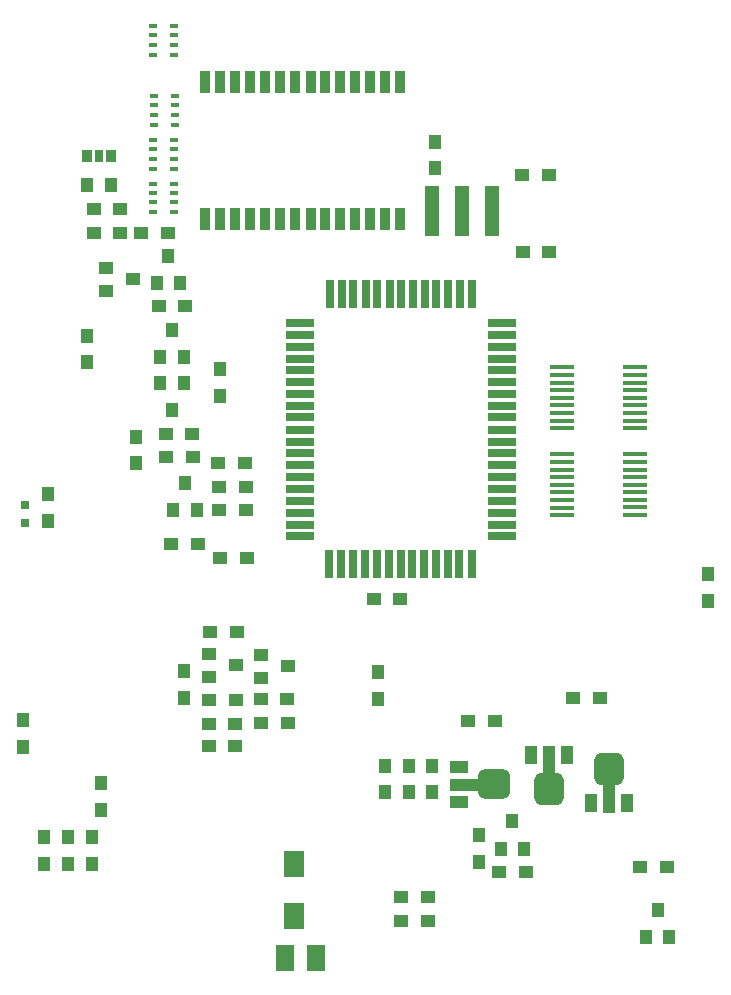
<source format=gbr>
%TF.GenerationSoftware,KiCad,Pcbnew,(6.0.2)*%
%TF.CreationDate,2022-09-25T18:27:00-05:00*%
%TF.ProjectId,IF-GBP-02,49462d47-4250-42d3-9032-2e6b69636164,rev?*%
%TF.SameCoordinates,Original*%
%TF.FileFunction,Paste,Top*%
%TF.FilePolarity,Positive*%
%FSLAX46Y46*%
G04 Gerber Fmt 4.6, Leading zero omitted, Abs format (unit mm)*
G04 Created by KiCad (PCBNEW (6.0.2)) date 2022-09-25 18:27:00*
%MOMM*%
%LPD*%
G01*
G04 APERTURE LIST*
G04 Aperture macros list*
%AMRoundRect*
0 Rectangle with rounded corners*
0 $1 Rounding radius*
0 $2 $3 $4 $5 $6 $7 $8 $9 X,Y pos of 4 corners*
0 Add a 4 corners polygon primitive as box body*
4,1,4,$2,$3,$4,$5,$6,$7,$8,$9,$2,$3,0*
0 Add four circle primitives for the rounded corners*
1,1,$1+$1,$2,$3*
1,1,$1+$1,$4,$5*
1,1,$1+$1,$6,$7*
1,1,$1+$1,$8,$9*
0 Add four rect primitives between the rounded corners*
20,1,$1+$1,$2,$3,$4,$5,0*
20,1,$1+$1,$4,$5,$6,$7,0*
20,1,$1+$1,$6,$7,$8,$9,0*
20,1,$1+$1,$8,$9,$2,$3,0*%
G04 Aperture macros list end*
%ADD10R,0.800000X0.400000*%
%ADD11R,1.230000X1.000000*%
%ADD12R,1.250000X4.200000*%
%ADD13R,1.000000X1.230000*%
%ADD14R,2.000000X0.400000*%
%ADD15R,1.500000X1.000000*%
%ADD16R,2.500000X1.000000*%
%ADD17RoundRect,0.625000X-0.765000X0.625000X-0.765000X-0.625000X0.765000X-0.625000X0.765000X0.625000X0*%
%ADD18R,0.870000X1.900000*%
%ADD19R,1.000000X1.500000*%
%ADD20R,1.000000X2.500000*%
%ADD21RoundRect,0.625000X0.625000X0.765000X-0.625000X0.765000X-0.625000X-0.765000X0.625000X-0.765000X0*%
%ADD22R,2.450000X0.750000*%
%ADD23R,0.750000X2.450000*%
%ADD24R,1.750000X2.250000*%
%ADD25R,1.500000X2.250000*%
%ADD26RoundRect,0.625000X-0.625000X-0.765000X0.625000X-0.765000X0.625000X0.765000X-0.625000X0.765000X0*%
%ADD27R,0.850000X1.000000*%
%ADD28R,0.650000X1.000000*%
%ADD29R,0.750000X0.750000*%
G04 APERTURE END LIST*
D10*
%TO.C,NR3*%
X136107000Y-70774000D03*
X136105000Y-69940000D03*
X136109000Y-69106000D03*
X136107000Y-68353000D03*
X134319000Y-68350000D03*
X134320000Y-69107000D03*
X134319000Y-69939000D03*
X134319000Y-70772000D03*
%TD*%
D11*
%TO.C,R8*%
X139108000Y-113753000D03*
X141370000Y-113753000D03*
%TD*%
D12*
%TO.C,X1*%
X157885000Y-78082000D03*
X160426000Y-78071000D03*
X162928000Y-78080000D03*
%TD*%
D11*
%TO.C,R14*%
X135335000Y-96963000D03*
X137597000Y-96963000D03*
%TD*%
%TO.C,C16*%
X165512000Y-75021000D03*
X167774000Y-75021000D03*
%TD*%
D13*
%TO.C,R17*%
X139946000Y-91483000D03*
X139946000Y-93745000D03*
%TD*%
D10*
%TO.C,NR1*%
X136066000Y-78198000D03*
X136064000Y-77364000D03*
X136068000Y-76530000D03*
X136066000Y-75777000D03*
X134278000Y-75774000D03*
X134279000Y-76531000D03*
X134278000Y-77363000D03*
X134278000Y-78196000D03*
%TD*%
D11*
%TO.C,R24*%
X175497000Y-133601000D03*
X177759000Y-133601000D03*
%TD*%
D13*
%TO.C,C5*%
X153300000Y-119382000D03*
X153300000Y-117120000D03*
%TD*%
D11*
%TO.C,R10*%
X160944000Y-121260000D03*
X163206000Y-121260000D03*
%TD*%
D14*
%TO.C,IC5*%
X168881000Y-91296000D03*
X168881000Y-91973000D03*
X168881000Y-92647000D03*
X168880000Y-93283000D03*
X168880000Y-93914000D03*
X168887000Y-94550000D03*
X168883000Y-95223000D03*
X168880000Y-95863000D03*
X168882000Y-96496000D03*
X175035000Y-96495000D03*
X175035000Y-95858000D03*
X175035000Y-95225000D03*
X175037000Y-94550000D03*
X175036000Y-93918000D03*
X175035000Y-93280000D03*
X175035000Y-92645000D03*
X175033000Y-91973000D03*
X175035000Y-91295000D03*
%TD*%
D13*
%TO.C,R13*%
X125352000Y-102090000D03*
X125352000Y-104352000D03*
%TD*%
%TO.C,R9*%
X157901000Y-127313000D03*
X157901000Y-125051000D03*
%TD*%
%TO.C,C19*%
X181232000Y-108859000D03*
X181232000Y-111121000D03*
%TD*%
D11*
%TO.C,R3*%
X139008000Y-119514000D03*
X141270000Y-119514000D03*
%TD*%
D13*
%TO.C,R6*%
X123278000Y-121197000D03*
X123278000Y-123459000D03*
%TD*%
D11*
%TO.C,D3*%
X165554000Y-81529500D03*
X167776000Y-81530500D03*
%TD*%
%TO.C,R5*%
X143383000Y-119430000D03*
X145645000Y-119430000D03*
%TD*%
D15*
%TO.C,IC1*%
X160183000Y-125180000D03*
D16*
X160677000Y-126653000D03*
D17*
X163093000Y-126650000D03*
D15*
X160188000Y-128168000D03*
%TD*%
D11*
%TO.C,C14*%
X169838000Y-119311000D03*
X172100000Y-119311000D03*
%TD*%
%TO.C,R32*%
X135788000Y-106298000D03*
X138050000Y-106298000D03*
%TD*%
%TO.C,Q3*%
X138968000Y-115583000D03*
X138968000Y-117567000D03*
X141271000Y-116574000D03*
%TD*%
%TO.C,C17*%
X152933000Y-110939000D03*
X155195000Y-110939000D03*
%TD*%
%TO.C,R30*%
X139859000Y-103443000D03*
X142121000Y-103443000D03*
%TD*%
%TO.C,R34*%
X163549000Y-134063000D03*
X165811000Y-134063000D03*
%TD*%
D13*
%TO.C,R26*%
X129079000Y-131100000D03*
X129079000Y-133362000D03*
%TD*%
D18*
%TO.C,IC3*%
X138625000Y-78745000D03*
X139933000Y-78745000D03*
X141206000Y-78745000D03*
X142475000Y-78743000D03*
X143744000Y-78745000D03*
X145015000Y-78745000D03*
X146286000Y-78745000D03*
X147595000Y-78745000D03*
X148823000Y-78744000D03*
X150096000Y-78747000D03*
X151367000Y-78742000D03*
X152636000Y-78744000D03*
X153908000Y-78745000D03*
X155175000Y-78743000D03*
X155177000Y-67157000D03*
X153904000Y-67154000D03*
X152634000Y-67156000D03*
X151366000Y-67155000D03*
X150095000Y-67152000D03*
X148825000Y-67156000D03*
X147596000Y-67155000D03*
X146285000Y-67151000D03*
X145016000Y-67155000D03*
X143745000Y-67156000D03*
X142475000Y-67157000D03*
X141206000Y-67156000D03*
X139936000Y-67151000D03*
X138626000Y-67155000D03*
%TD*%
D19*
%TO.C,Q6*%
X169291000Y-124154000D03*
D20*
X167818000Y-124648000D03*
D21*
X167821000Y-127064000D03*
D19*
X166303000Y-124159000D03*
%TD*%
D11*
%TO.C,C12*%
X139854000Y-101447000D03*
X142116000Y-101447000D03*
%TD*%
D13*
%TO.C,R7*%
X136896000Y-119340000D03*
X136896000Y-117078000D03*
%TD*%
D11*
%TO.C,Q4*%
X130288000Y-82887000D03*
X130288000Y-84871000D03*
X132591000Y-83878000D03*
%TD*%
%TO.C,R36*%
X155249000Y-138195000D03*
X157511000Y-138195000D03*
%TD*%
D13*
%TO.C,Q9*%
X175984000Y-139555000D03*
X177968000Y-139555000D03*
X176975000Y-137252000D03*
%TD*%
%TO.C,Q14*%
X136869000Y-92625500D03*
X134885000Y-92625500D03*
X135878000Y-94928500D03*
%TD*%
%TO.C,C4*%
X153908000Y-127313000D03*
X153908000Y-125051000D03*
%TD*%
%TO.C,Q8*%
X163690000Y-132082000D03*
X165674000Y-132082000D03*
X164681000Y-129779000D03*
%TD*%
D22*
%TO.C,IC2*%
X163803000Y-105644000D03*
X163807000Y-104652000D03*
X163806000Y-103654000D03*
X163806000Y-102665000D03*
X163805000Y-101639000D03*
X163805000Y-100601000D03*
X163801000Y-99607000D03*
X163807000Y-98617000D03*
X163803000Y-97625000D03*
X163802000Y-96596000D03*
X163805000Y-95561000D03*
X163805000Y-94565000D03*
X163808000Y-93579000D03*
X163808000Y-92587000D03*
X163806000Y-91595000D03*
X163809000Y-90603000D03*
X163810000Y-89571000D03*
X163810000Y-88575000D03*
X163807000Y-87579000D03*
D23*
X161265000Y-85127000D03*
X160234000Y-85124000D03*
X159242000Y-85129000D03*
X158250000Y-85129000D03*
X157258000Y-85128000D03*
X156266000Y-85124000D03*
X155271000Y-85128000D03*
X154282000Y-85125000D03*
X153247000Y-85120000D03*
X152255000Y-85124000D03*
X151227000Y-85125000D03*
X150235000Y-85129000D03*
X149204000Y-85130000D03*
D22*
X146670000Y-87585000D03*
X146663000Y-88578000D03*
X146663000Y-89568000D03*
X146668000Y-90602000D03*
X146668000Y-91595000D03*
X146665000Y-92587000D03*
X146669000Y-93579000D03*
X146670000Y-94568000D03*
X146670000Y-95564000D03*
X146668000Y-96595000D03*
X146665000Y-97623000D03*
X146669000Y-98615000D03*
X146672000Y-99611000D03*
X146674000Y-100599000D03*
X146671000Y-101638000D03*
X146672000Y-102663000D03*
X146673000Y-103653000D03*
X146673000Y-104645000D03*
X146672000Y-105643000D03*
D23*
X149163000Y-107985000D03*
X150194000Y-107985000D03*
X151185000Y-107984000D03*
X152216000Y-107981000D03*
X153212000Y-107984000D03*
X154241000Y-107984000D03*
X155235000Y-107984000D03*
X156224000Y-107988000D03*
X157221000Y-107983000D03*
X158213000Y-107983000D03*
X159205000Y-107983000D03*
X160193000Y-107980000D03*
X161229000Y-107983000D03*
%TD*%
D13*
%TO.C,R11*%
X129864000Y-126554000D03*
X129864000Y-128816000D03*
%TD*%
D11*
%TO.C,R21*%
X129243000Y-77917000D03*
X131505000Y-77917000D03*
%TD*%
%TO.C,R4*%
X143392000Y-121416000D03*
X145654000Y-121416000D03*
%TD*%
D13*
%TO.C,Q5*%
X134560000Y-84182500D03*
X136544000Y-84182500D03*
X135551000Y-81879500D03*
%TD*%
%TO.C,R12*%
X155904000Y-127313000D03*
X155904000Y-125051000D03*
%TD*%
D11*
%TO.C,R29*%
X139795000Y-99391000D03*
X142057000Y-99391000D03*
%TD*%
%TO.C,C18*%
X129233000Y-79942000D03*
X131495000Y-79942000D03*
%TD*%
D13*
%TO.C,C20*%
X125070000Y-131100000D03*
X125070000Y-133362000D03*
%TD*%
D11*
%TO.C,Q2*%
X143398000Y-115657000D03*
X143398000Y-117641000D03*
X145701000Y-116648000D03*
%TD*%
%TO.C,R1*%
X138964000Y-123397000D03*
X141226000Y-123397000D03*
%TD*%
%TO.C,R16*%
X134740000Y-86171000D03*
X137002000Y-86171000D03*
%TD*%
D24*
%TO.C,D1*%
X146182000Y-137769000D03*
X146186000Y-133355000D03*
%TD*%
D11*
%TO.C,R33*%
X155248000Y-136177000D03*
X157510000Y-136177000D03*
%TD*%
D14*
%TO.C,IC6*%
X168892500Y-98634500D03*
X168892500Y-99311500D03*
X168892500Y-99985500D03*
X168891500Y-100621500D03*
X168891500Y-101252500D03*
X168898500Y-101888500D03*
X168894500Y-102561500D03*
X168891500Y-103201500D03*
X168893500Y-103834500D03*
X175046500Y-103833500D03*
X175046500Y-103196500D03*
X175046500Y-102563500D03*
X175048500Y-101888500D03*
X175047500Y-101256500D03*
X175046500Y-100618500D03*
X175046500Y-99983500D03*
X175044500Y-99311500D03*
X175046500Y-98633500D03*
%TD*%
D11*
%TO.C,C6*%
X135348000Y-98955000D03*
X137610000Y-98955000D03*
%TD*%
D13*
%TO.C,R27*%
X127058000Y-131102000D03*
X127058000Y-133364000D03*
%TD*%
D10*
%TO.C,NR2*%
X136063000Y-74504000D03*
X136061000Y-73670000D03*
X136065000Y-72836000D03*
X136063000Y-72083000D03*
X134275000Y-72080000D03*
X134276000Y-72837000D03*
X134275000Y-73669000D03*
X134275000Y-74502000D03*
%TD*%
D13*
%TO.C,C15*%
X158137000Y-72219000D03*
X158137000Y-74481000D03*
%TD*%
%TO.C,R35*%
X161861000Y-133180000D03*
X161861000Y-130918000D03*
%TD*%
D25*
%TO.C,F1*%
X145468500Y-141341000D03*
X148059500Y-141341000D03*
%TD*%
D11*
%TO.C,R2*%
X138979000Y-121494000D03*
X141241000Y-121494000D03*
%TD*%
D19*
%TO.C,Q7*%
X171363000Y-128246000D03*
D26*
X172833000Y-125336000D03*
D20*
X172836000Y-127752000D03*
D19*
X174351000Y-128241000D03*
%TD*%
D13*
%TO.C,D5*%
X132858000Y-97236000D03*
X132857000Y-99458000D03*
%TD*%
%TO.C,Q10*%
X135985000Y-103405000D03*
X137969000Y-103405000D03*
X136976000Y-101102000D03*
%TD*%
D10*
%TO.C,NR4*%
X136063000Y-64862000D03*
X136061000Y-64028000D03*
X136065000Y-63194000D03*
X136063000Y-62441000D03*
X134275000Y-62438000D03*
X134276000Y-63195000D03*
X134275000Y-64027000D03*
X134275000Y-64860000D03*
%TD*%
D11*
%TO.C,R28*%
X139921000Y-107441000D03*
X142183000Y-107441000D03*
%TD*%
D13*
%TO.C,IC7*%
X128676500Y-75892500D03*
X130663500Y-75890500D03*
D27*
X128675500Y-73426500D03*
D28*
X129706500Y-73428500D03*
D27*
X130700500Y-73428500D03*
%TD*%
D13*
%TO.C,Q11*%
X134874000Y-90495500D03*
X136858000Y-90495500D03*
X135865000Y-88192500D03*
%TD*%
D11*
%TO.C,R22*%
X133282000Y-79944000D03*
X135544000Y-79944000D03*
%TD*%
D29*
%TO.C,TH1*%
X123443000Y-103002000D03*
X123441000Y-104510000D03*
%TD*%
D13*
%TO.C,R23*%
X128639000Y-90903000D03*
X128639000Y-88641000D03*
%TD*%
M02*

</source>
